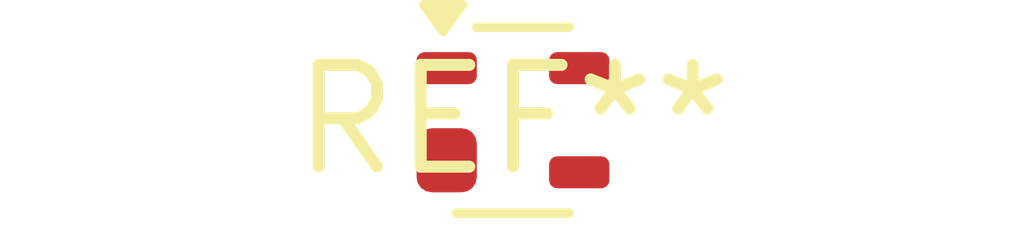
<source format=kicad_pcb>
(kicad_pcb (version 20240108) (generator pcbnew)
  (layers (0 "F.Cu" signal) (31 "B.Cu" signal) (34 "B.Paste" user) (35 "F.Paste" user) (36 "B.SilkS" user "B.Silkscreen") (37 "F.SilkS" user "F.Silkscreen") (38 "B.Mask" user) (39 "F.Mask" user) (44 "Edge.Cuts" user))
  (net 0 "")
  (footprint "Analog_KS-4" (layer "F.Cu") (at 0 0)
    (property "Reference" "REF**")
    (property "Value" "Analog_KS-4")
    (fp_line (start -0.7 1.16) (end 0.7 1.16) (layer "F.SilkS") (stroke (width 0.12)))
    (fp_line (start -0.45 -1.16) (end 0.7 -1.16) (layer "F.SilkS") (stroke (width 0.12)))
    (fp_poly (pts (xy -0.87 -1.11) (xy -0.63 -1.44) (xy -1.11 -1.44) (xy -0.87 -1.11)) (layer "F.SilkS") (stroke (width 0.12)) (fill solid))
    (pad "1" smd roundrect (at -0.825 -0.65) (size 0.75 0.4) (layers "F.Cu" "F.Paste" "F.Mask"))
    (pad "2" smd roundrect (at -0.825 0.5) (size 0.75 0.8) (layers "F.Cu" "F.Paste" "F.Mask"))
    (pad "3" smd roundrect (at 0.825 0.65) (size 0.75 0.4) (layers "F.Cu" "F.Paste" "F.Mask"))
    (pad "4" smd roundrect (at 0.825 -0.65) (size 0.75 0.4) (layers "F.Cu" "F.Paste" "F.Mask"))
  )
)
</source>
